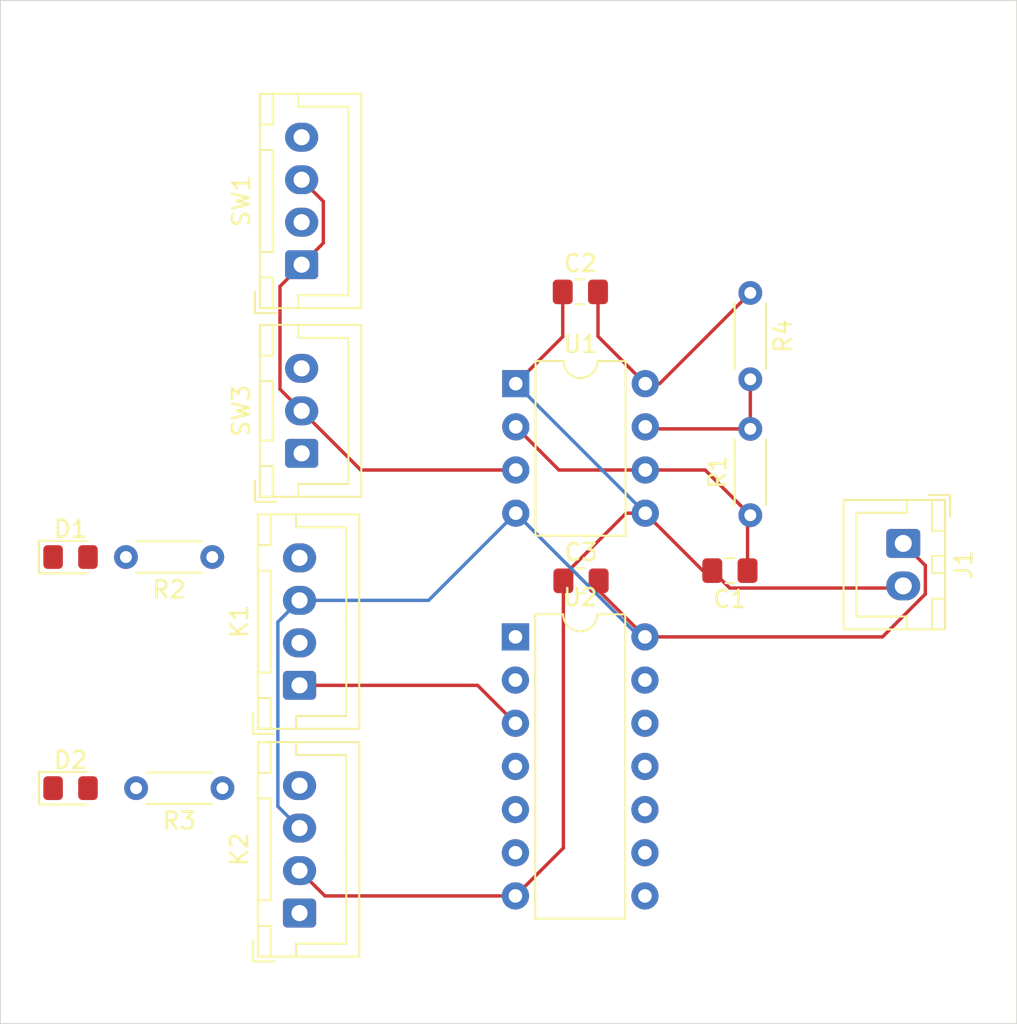
<source format=kicad_pcb>
(kicad_pcb (version 20240108) (generator "pcbnew") (generator_version "8.0")
  (layers (0 "F.Cu" signal) (31 "B.Cu" signal) (34 "B.Paste" user) (35 "F.Paste" user) (36 "B.SilkS" user "B.Silkscreen") (37 "F.SilkS" user "F.Silkscreen") (38 "B.Mask" user) (39 "F.Mask" user) (44 "Edge.Cuts" user))
  (net 0 "")
  (net 1 "Net-(U1-THR)")
  (net 2 "GND")
  (net 3 "+12V")
  (net 4 "Net-(D1-A)")
  (net 5 "Net-(D2-A)")
  (net 6 "Net-(U1-DIS)")
  (net 7 "Net-(K1-Pad14)")
  (net 8 "Net-(K2-Pad14)")
  (net 9 "Net-(SW3-B)")
  (net 10 "Net-(SW1-Pad2)")
  (net 11 "Net-(SW1-Pad4)")
  (net 12 "Net-(SW3-C)")
  (net 13 "Net-(SW3-A)")
  (net 14 "Net-(K2-PadA2)")
  (net 16 "Net-(K1-PadA2)")
  (footprint "Connector_JST:JST_XH_B4B-XH-A_1x04_P2.50mm_Vertical" (layer "F.Cu") (at 137.8 133.5 90)
    (property "Reference" "K2" (at 3.75 -3.55 270) (layer "F.SilkS"))
    (property "Value" "Relay_SPST-NO")
    (fp_line (start -1.6 -2.75) (end -2.85 -2.75) (stroke (width 0.12)) (layer "F.SilkS"))
    (fp_line (start -2.85 -2.75) (end -2.85 -1.5) (stroke (width 0.12)) (layer "F.SilkS"))
    (fp_line (start 10.06 -2.46) (end -2.56 -2.46) (stroke (width 0.12)) (layer "F.SilkS"))
    (fp_line (start -2.56 -2.46) (end -2.56 3.51) (stroke (width 0.12)) (layer "F.SilkS"))
    (fp_line (start 10.05 -2.45) (end 8.25 -2.45) (stroke (width 0.12)) (layer "F.SilkS"))
    (fp_line (start 8.25 -2.45) (end 8.25 -1.7) (stroke (width 0.12)) (layer "F.SilkS"))
    (fp_line (start 6.75 -2.45) (end 0.75 -2.45) (stroke (width 0.12)) (layer "F.SilkS"))
    (fp_line (start 0.75 -2.45) (end 0.75 -1.7) (stroke (width 0.12)) (layer "F.SilkS"))
    (fp_line (start -0.75 -2.45) (end -2.55 -2.45) (stroke (width 0.12)) (layer "F.SilkS"))
    (fp_line (start -2.55 -2.45) (end -2.55 -1.7) (stroke (width 0.12)) (layer "F.SilkS"))
    (fp_line (start 10.05 -1.7) (end 10.05 -2.45) (stroke (width 0.12)) (layer "F.SilkS"))
    (fp_line (start 8.25 -1.7) (end 10.05 -1.7) (stroke (width 0.12)) (layer "F.SilkS"))
    (fp_line (start 6.75 -1.7) (end 6.75 -2.45) (stroke (width 0.12)) (layer "F.SilkS"))
    (fp_line (start 0.75 -1.7) (end 6.75 -1.7) (stroke (width 0.12)) (layer "F.SilkS"))
    (fp_line (start -0.75 -1.7) (end -0.75 -2.45) (stroke (width 0.12)) (layer "F.SilkS"))
    (fp_line (start -2.55 -1.7) (end -0.75 -1.7) (stroke (width 0.12)) (layer "F.SilkS"))
    (fp_line (start 10.05 -0.2) (end 9.3 -0.2) (stroke (width 0.12)) (layer "F.SilkS"))
    (fp_line (start 9.3 -0.2) (end 9.3 2.75) (stroke (width 0.12)) (layer "F.SilkS"))
    (fp_line (start -1.8 -0.2) (end -1.8 2.75) (stroke (width 0.12)) (layer "F.SilkS"))
    (fp_line (start -2.55 -0.2) (end -1.8 -0.2) (stroke (width 0.12)) (layer "F.SilkS"))
    (fp_line (start 9.3 2.75) (end 3.75 2.75) (stroke (width 0.12)) (layer "F.SilkS"))
    (fp_line (start -1.8 2.75) (end 3.75 2.75) (stroke (width 0.12)) (layer "F.SilkS"))
    (fp_line (start 10.06 3.51) (end 10.06 -2.46) (stroke (width 0.12)) (layer "F.SilkS"))
    (fp_line (start -2.56 3.51) (end 10.06 3.51) (stroke (width 0.12)) (layer "F.SilkS"))
    (pad "13" thru_hole oval (at 5 0 90) (size 1.7 1.95) (drill 0.95) (layers "*.Cu" "*.Mask") (net 3 "+12V"))
    (pad "14" thru_hole oval (at 7.5 0 90) (size 1.7 1.95) (drill 0.95) (layers "*.Cu" "*.Mask") (net 8 "Net-(K2-Pad14)"))
    (pad "A1" thru_hole oval (at 2.5 0 90) (size 1.7 1.95) (drill 0.95) (layers "*.Cu" "*.Mask") (net 2 "GND"))
    (pad "A2" thru_hole roundrect (at 0 0 90) (size 1.7 1.95) (drill 0.95) (layers "*.Cu" "*.Mask") (roundrect_rratio 0.147059) (net 14 "Net-(K2-PadA2)"))
  )
  (footprint "Connector_JST:JST_XH_B2B-XH-A_1x02_P2.50mm_Vertical" (layer "F.Cu") (at 173.325 111.75 -90)
    (property "Reference" "J1" (at 1.25 -3.55 90) (layer "F.SilkS"))
    (property "Value" "Conn_01x02")
    (fp_line (start -2.56 3.51) (end 5.06 3.51) (stroke (width 0.12)) (layer "F.SilkS"))
    (fp_line (start 5.06 3.51) (end 5.06 -2.46) (stroke (width 0.12)) (layer "F.SilkS"))
    (fp_line (start -1.8 2.75) (end 1.25 2.75) (stroke (width 0.12)) (layer "F.SilkS"))
    (fp_line (start 4.3 2.75) (end 1.25 2.75) (stroke (width 0.12)) (layer "F.SilkS"))
    (fp_line (start -2.55 -0.2) (end -1.8 -0.2) (stroke (width 0.12)) (layer "F.SilkS"))
    (fp_line (start -1.8 -0.2) (end -1.8 2.75) (stroke (width 0.12)) (layer "F.SilkS"))
    (fp_line (start 4.3 -0.2) (end 4.3 2.75) (stroke (width 0.12)) (layer "F.SilkS"))
    (fp_line (start 5.05 -0.2) (end 4.3 -0.2) (stroke (width 0.12)) (layer "F.SilkS"))
    (fp_line (start -2.55 -1.7) (end -0.75 -1.7) (stroke (width 0.12)) (layer "F.SilkS"))
    (fp_line (start -0.75 -1.7) (end -0.75 -2.45) (stroke (width 0.12)) (layer "F.SilkS"))
    (fp_line (start 0.75 -1.7) (end 1.75 -1.7) (stroke (width 0.12)) (layer "F.SilkS"))
    (fp_line (start 1.75 -1.7) (end 1.75 -2.45) (stroke (width 0.12)) (layer "F.SilkS"))
    (fp_line (start 3.25 -1.7) (end 5.05 -1.7) (stroke (width 0.12)) (layer "F.SilkS"))
    (fp_line (start 5.05 -1.7) (end 5.05 -2.45) (stroke (width 0.12)) (layer "F.SilkS"))
    (fp_line (start -2.55 -2.45) (end -2.55 -1.7) (stroke (width 0.12)) (layer "F.SilkS"))
    (fp_line (start -0.75 -2.45) (end -2.55 -2.45) (stroke (width 0.12)) (layer "F.SilkS"))
    (fp_line (start 0.75 -2.45) (end 0.75 -1.7) (stroke (width 0.12)) (layer "F.SilkS"))
    (fp_line (start 1.75 -2.45) (end 0.75 -2.45) (stroke (width 0.12)) (layer "F.SilkS"))
    (fp_line (start 3.25 -2.45) (end 3.25 -1.7) (stroke (width 0.12)) (layer "F.SilkS"))
    (fp_line (start 5.05 -2.45) (end 3.25 -2.45) (stroke (width 0.12)) (layer "F.SilkS"))
    (fp_line (start -2.56 -2.46) (end -2.56 3.51) (stroke (width 0.12)) (layer "F.SilkS"))
    (fp_line (start 5.06 -2.46) (end -2.56 -2.46) (stroke (width 0.12)) (layer "F.SilkS"))
    (fp_line (start -2.85 -2.75) (end -2.85 -1.5) (stroke (width 0.12)) (layer "F.SilkS"))
    (fp_line (start -1.6 -2.75) (end -2.85 -2.75) (stroke (width 0.12)) (layer "F.SilkS"))
    (pad "1" thru_hole roundrect (at 0 0 270) (size 1.7 2) (drill 1) (layers "*.Cu" "*.Mask") (roundrect_rratio 0.147059) (net 3 "+12V"))
    (pad "2" thru_hole oval (at 2.5 0 270) (size 1.7 2) (drill 1) (layers "*.Cu" "*.Mask") (net 2 "GND"))
  )
  (footprint "Resistor_THT:R_Axial_DIN0204_L3.6mm_D1.6mm_P5.08mm_Horizontal" (layer "F.Cu") (at 164.325 110.09 90)
    (property "Reference" "R1" (at 2.54 -1.92 270) (layer "F.SilkS"))
    (property "Value" "1M")
    (fp_line (start 0.62 -0.92) (end 4.46 -0.92) (stroke (width 0.12)) (layer "F.SilkS"))
    (fp_line (start 0.62 0.92) (end 4.46 0.92) (stroke (width 0.12)) (layer "F.SilkS"))
    (pad "1" thru_hole circle (at 0 0 90) (size 1.4 1.4) (drill 0.7) (layers "*.Cu" "*.Mask") (net 1 "Net-(U1-THR)"))
    (pad "2" thru_hole oval (at 5.08 0 90) (size 1.4 1.4) (drill 0.7) (layers "*.Cu" "*.Mask") (net 6 "Net-(U1-DIS)"))
  )
  (footprint "Package_DIP:DIP-8_W7.62mm" (layer "F.Cu") (at 150.525 102.35)
    (property "Reference" "U1" (at 3.81 -2.33 0) (layer "F.SilkS"))
    (property "Value" "NE555P")
    (fp_line (start 1.16 -1.33) (end 1.16 8.95) (stroke (width 0.12)) (layer "F.SilkS"))
    (fp_line (start 1.16 8.95) (end 6.46 8.95) (stroke (width 0.12)) (layer "F.SilkS"))
    (fp_line (start 2.81 -1.33) (end 1.16 -1.33) (stroke (width 0.12)) (layer "F.SilkS"))
    (fp_line (start 6.46 -1.33) (end 4.81 -1.33) (stroke (width 0.12)) (layer "F.SilkS"))
    (fp_line (start 6.46 8.95) (end 6.46 -1.33) (stroke (width 0.12)) (layer "F.SilkS"))
    (fp_arc (start 4.81 -1.33) (mid 3.81 -0.33) (end 2.81 -1.33) (stroke (width 0.12)) (layer "F.SilkS"))
    (pad "1" thru_hole rect (at 0 0) (size 1.6 1.6) (drill 0.8) (layers "*.Cu" "*.Mask") (net 2 "GND"))
    (pad "2" thru_hole oval (at 0 2.54) (size 1.6 1.6) (drill 0.8) (layers "*.Cu" "*.Mask") (net 1 "Net-(U1-THR)"))
    (pad "3" thru_hole oval (at 0 5.08) (size 1.6 1.6) (drill 0.8) (layers "*.Cu" "*.Mask") (net 9 "Net-(SW3-B)"))
    (pad "4" thru_hole oval (at 0 7.62) (size 1.6 1.6) (drill 0.8) (layers "*.Cu" "*.Mask") (net 3 "+12V"))
    (pad "5" thru_hole oval (at 7.62 7.62) (size 1.6 1.6) (drill 0.8) (layers "*.Cu" "*.Mask") (net 2 "GND"))
    (pad "6" thru_hole oval (at 7.62 5.08) (size 1.6 1.6) (drill 0.8) (layers "*.Cu" "*.Mask") (net 1 "Net-(U1-THR)"))
    (pad "7" thru_hole oval (at 7.62 2.54) (size 1.6 1.6) (drill 0.8) (layers "*.Cu" "*.Mask") (net 6 "Net-(U1-DIS)"))
    (pad "8" thru_hole oval (at 7.62 0) (size 1.6 1.6) (drill 0.8) (layers "*.Cu" "*.Mask") (net 3 "+12V"))
  )
  (footprint "Connector_JST:JST_XH_B4B-XH-A_1x04_P2.50mm_Vertical" (layer "F.Cu") (at 137.8 120.1 90)
    (property "Reference" "K1" (at 3.75 -3.55 270) (layer "F.SilkS"))
    (property "Value" "Relay_SPST-NO")
    (fp_line (start -1.6 -2.75) (end -2.85 -2.75) (stroke (width 0.12)) (layer "F.SilkS"))
    (fp_line (start -2.85 -2.75) (end -2.85 -1.5) (stroke (width 0.12)) (layer "F.SilkS"))
    (fp_line (start 10.06 -2.46) (end -2.56 -2.46) (stroke (width 0.12)) (layer "F.SilkS"))
    (fp_line (start -2.56 -2.46) (end -2.56 3.51) (stroke (width 0.12)) (layer "F.SilkS"))
    (fp_line (start 10.05 -2.45) (end 8.25 -2.45) (stroke (width 0.12)) (layer "F.SilkS"))
    (fp_line (start 8.25 -2.45) (end 8.25 -1.7) (stroke (width 0.12)) (layer "F.SilkS"))
    (fp_line (start 6.75 -2.45) (end 0.75 -2.45) (stroke (width 0.12)) (layer "F.SilkS"))
    (fp_line (start 0.75 -2.45) (end 0.75 -1.7) (stroke (width 0.12)) (layer "F.SilkS"))
    (fp_line (start -0.75 -2.45) (end -2.55 -2.45) (stroke (width 0.12)) (layer "F.SilkS"))
    (fp_line (start -2.55 -2.45) (end -2.55 -1.7) (stroke (width 0.12)) (layer "F.SilkS"))
    (fp_line (start 10.05 -1.7) (end 10.05 -2.45) (stroke (width 0.12)) (layer "F.SilkS"))
    (fp_line (start 8.25 -1.7) (end 10.05 -1.7) (stroke (width 0.12)) (layer "F.SilkS"))
    (fp_line (start 6.75 -1.7) (end 6.75 -2.45) (stroke (width 0.12)) (layer "F.SilkS"))
    (fp_line (start 0.75 -1.7) (end 6.75 -1.7) (stroke (width 0.12)) (layer "F.SilkS"))
    (fp_line (start -0.75 -1.7) (end -0.75 -2.45) (stroke (width 0.12)) (layer "F.SilkS"))
    (fp_line (start -2.55 -1.7) (end -0.75 -1.7) (stroke (width 0.12)) (layer "F.SilkS"))
    (fp_line (start 10.05 -0.2) (end 9.3 -0.2) (stroke (width 0.12)) (layer "F.SilkS"))
    (fp_line (start 9.3 -0.2) (end 9.3 2.75) (stroke (width 0.12)) (layer "F.SilkS"))
    (fp_line (start -1.8 -0.2) (end -1.8 2.75) (stroke (width 0.12)) (layer "F.SilkS"))
    (fp_line (start -2.55 -0.2) (end -1.8 -0.2) (stroke (width 0.12)) (layer "F.SilkS"))
    (fp_line (start 9.3 2.75) (end 3.75 2.75) (stroke (width 0.12)) (layer "F.SilkS"))
    (fp_line (start -1.8 2.75) (end 3.75 2.75) (stroke (width 0.12)) (layer "F.SilkS"))
    (fp_line (start 10.06 3.51) (end 10.06 -2.46) (stroke (width 0.12)) (layer "F.SilkS"))
    (fp_line (start -2.56 3.51) (end 10.06 3.51) (stroke (width 0.12)) (layer "F.SilkS"))
    (pad "13" thru_hole oval (at 5 0 90) (size 1.7 1.95) (drill 0.95) (layers "*.Cu" "*.Mask") (net 3 "+12V"))
    (pad "14" thru_hole oval (at 7.5 0 90) (size 1.7 1.95) (drill 0.95) (layers "*.Cu" "*.Mask") (net 7 "Net-(K1-Pad14)"))
    (pad "A1" thru_hole oval (at 2.5 0 90) (size 1.7 1.95) (drill 0.95) (layers "*.Cu" "*.Mask") (net 2 "GND"))
    (pad "A2" thru_hole roundrect (at 0 0 90) (size 1.7 1.95) (drill 0.95) (layers "*.Cu" "*.Mask") (roundrect_rratio 0.147059) (net 16 "Net-(K1-PadA2)"))
  )
  (footprint "LED_SMD:LED_0805_2012Metric_Pad1.15x1.40mm_HandSolder" (layer "F.Cu") (at 124.325 112.55)
    (property "Reference" "D1" (at 0 -1.65 0) (layer "F.SilkS"))
    (property "Value" "LED")
    (fp_line (start -1.86 -0.96) (end -1.86 0.96) (stroke (width 0.12)) (layer "F.SilkS"))
    (fp_line (start -1.86 0.96) (end 1 0.96) (stroke (width 0.12)) (layer "F.SilkS"))
    (fp_line (start 1 -0.96) (end -1.86 -0.96) (stroke (width 0.12)) (layer "F.SilkS"))
    (pad "1" smd roundrect (at -1.025 0) (size 1.15 1.4) (layers "F.Cu" "F.Paste" "F.Mask") (roundrect_rratio 0.217391) (net 2 "GND"))
    (pad "2" smd roundrect (at 1.025 0) (size 1.15 1.4) (layers "F.Cu" "F.Paste" "F.Mask") (roundrect_rratio 0.217391) (net 4 "Net-(D1-A)"))
  )
  (footprint "Resistor_THT:R_Axial_DIN0204_L3.6mm_D1.6mm_P5.08mm_Horizontal" (layer "F.Cu") (at 132.665 112.55 180)
    (property "Reference" "R2" (at 2.54 -1.92 180) (layer "F.SilkS"))
    (property "Value" "1k")
    (fp_line (start 0.62 0.92) (end 4.46 0.92) (stroke (width 0.12)) (layer "F.SilkS"))
    (fp_line (start 0.62 -0.92) (end 4.46 -0.92) (stroke (width 0.12)) (layer "F.SilkS"))
    (pad "1" thru_hole circle (at 0 0 180) (size 1.4 1.4) (drill 0.7) (layers "*.Cu" "*.Mask") (net 7 "Net-(K1-Pad14)"))
    (pad "2" thru_hole oval (at 5.08 0 180) (size 1.4 1.4) (drill 0.7) (layers "*.Cu" "*.Mask") (net 4 "Net-(D1-A)"))
  )
  (footprint "Capacitor_SMD:C_0805_2012Metric_Pad1.18x1.45mm_HandSolder" (layer "F.Cu") (at 154.325 96.95)
    (property "Reference" "C2" (at 0 -1.68 0) (layer "F.SilkS"))
    (property "Value" "100nF")
    (fp_line (start -0.261252 -0.735) (end 0.261252 -0.735) (stroke (width 0.12)) (layer "F.SilkS"))
    (fp_line (start -0.261252 0.735) (end 0.261252 0.735) (stroke (width 0.12)) (layer "F.SilkS"))
    (pad "1" smd roundrect (at -1.0375 0) (size 1.175 1.45) (layers "F.Cu" "F.Paste" "F.Mask") (roundrect_rratio 0.212766) (net 2 "GND"))
    (pad "2" smd roundrect (at 1.0375 0) (size 1.175 1.45) (layers "F.Cu" "F.Paste" "F.Mask") (roundrect_rratio 0.212766) (net 3 "+12V"))
  )
  (footprint "Package_DIP:DIP-14_W7.62mm" (layer "F.Cu") (at 150.505 117.25)
    (property "Reference" "U2" (at 3.81 -2.33 360) (layer "F.SilkS"))
    (property "Value" "4081")
    (fp_line (start 1.16 -1.33) (end 1.16 16.57) (stroke (width 0.12)) (layer "F.SilkS"))
    (fp_line (start 1.16 16.57) (end 6.46 16.57) (stroke (width 0.12)) (layer "F.SilkS"))
    (fp_line (start 2.81 -1.33) (end 1.16 -1.33) (stroke (width 0.12)) (layer "F.SilkS"))
    (fp_line (start 6.46 -1.33) (end 4.81 -1.33) (stroke (width 0.12)) (layer "F.SilkS"))
    (fp_line (start 6.46 16.57) (end 6.46 -1.33) (stroke (width 0.12)) (layer "F.SilkS"))
    (fp_arc (start 4.81 -1.33) (mid 3.81 -0.33) (end 2.81 -1.33) (stroke (width 0.12)) (layer "F.SilkS"))
    (pad "1" thru_hole rect (at 0 0) (size 1.6 1.6) (drill 0.8) (layers "*.Cu" "*.Mask") (net 13 "Net-(SW3-A)"))
    (pad "2" thru_hole oval (at 0 2.54) (size 1.6 1.6) (drill 0.8) (layers "*.Cu" "*.Mask") (net 10 "Net-(SW1-Pad2)"))
    (pad "3" thru_hole oval (at 0 5.08) (size 1.6 1.6) (drill 0.8) (layers "*.Cu" "*.Mask") (net 16 "Net-(K1-PadA2)"))
    (pad "4" thru_hole oval (at 0 7.62) (size 1.6 1.6) (drill 0.8) (layers "*.Cu" "*.Mask") (net 14 "Net-(K2-PadA2)"))
    (pad "5" thru_hole oval (at 0 10.16) (size 1.6 1.6) (drill 0.8) (layers "*.Cu" "*.Mask") (net 12 "Net-(SW3-C)"))
    (pad "6" thru_hole oval (at 0 12.7) (size 1.6 1.6) (drill 0.8) (layers "*.Cu" "*.Mask") (net 11 "Net-(SW1-Pad4)"))
    (pad "7" thru_hole oval (at 0 15.24) (size 1.6 1.6) (drill 0.8) (layers "*.Cu" "*.Mask") (net 2 "GND"))
    (pad "8" thru_hole oval (at 7.62 15.24) (size 1.6 1.6) (drill 0.8) (layers "*.Cu" "*.Mask"))
    (pad "9" thru_hole oval (at 7.62 12.7) (size 1.6 1.6) (drill 0.8) (layers "*.Cu" "*.Mask"))
    (pad "10" thru_hole oval (at 7.62 10.16) (size 1.6 1.6) (drill 0.8) (layers "*.Cu" "*.Mask"))
    (pad "11" thru_hole oval (at 7.62 7.62) (size 1.6 1.6) (drill 0.8) (layers "*.Cu" "*.Mask"))
    (pad "12" thru_hole oval (at 7.62 5.08) (size 1.6 1.6) (drill 0.8) (layers "*.Cu" "*.Mask"))
    (pad "13" thru_hole oval (at 7.62 2.54) (size 1.6 1.6) (drill 0.8) (layers "*.Cu" "*.Mask"))
    (pad "14" thru_hole oval (at 7.62 0) (size 1.6 1.6) (drill 0.8) (layers "*.Cu" "*.Mask") (net 3 "+12V"))
  )
  (footprint "Connector_JST:JST_XH_B3B-XH-A_1x03_P2.50mm_Vertical" (layer "F.Cu") (at 137.925 106.45 90)
    (property "Reference" "SW3" (at 2.5 -3.55 270) (layer "F.SilkS"))
    (property "Value" "SW_SPDT")
    (fp_line (start -1.6 -2.75) (end -2.85 -2.75) (stroke (width 0.12)) (layer "F.SilkS"))
    (fp_line (start -2.85 -2.75) (end -2.85 -1.5) (stroke (width 0.12)) (layer "F.SilkS"))
    (fp_line (start 7.56 -2.46) (end -2.56 -2.46) (stroke (width 0.12)) (layer "F.SilkS"))
    (fp_line (start -2.56 -2.46) (end -2.56 3.51) (stroke (width 0.12)) (layer "F.SilkS"))
    (fp_line (start 7.55 -2.45) (end 5.75 -2.45) (stroke (width 0.12)) (layer "F.SilkS"))
    (fp_line (start 5.75 -2.45) (end 5.75 -1.7) (stroke (width 0.12)) (layer "F.SilkS"))
    (fp_line (start 4.25 -2.45) (end 0.75 -2.45) (stroke (width 0.12)) (layer "F.SilkS"))
    (fp_line (start 0.75 -2.45) (end 0.75 -1.7) (stroke (width 0.12)) (layer "F.SilkS"))
    (fp_line (start -0.75 -2.45) (end -2.55 -2.45) (stroke (width 0.12)) (layer "F.SilkS"))
    (fp_line (start -2.55 -2.45) (end -2.55 -1.7) (stroke (width 0.12)) (layer "F.SilkS"))
    (fp_line (start 7.55 -1.7) (end 7.55 -2.45) (stroke (width 0.12)) (layer "F.SilkS"))
    (fp_line (start 5.75 -1.7) (end 7.55 -1.7) (stroke (width 0.12)) (layer "F.SilkS"))
    (fp_line (start 4.25 -1.7) (end 4.25 -2.45) (stroke (width 0.12)) (layer "F.SilkS"))
    (fp_line (start 0.75 -1.7) (end 4.25 -1.7) (stroke (width 0.12)) (layer "F.SilkS"))
    (fp_line (start -0.75 -1.7) (end -0.75 -2.45) (stroke (width 0.12)) (layer "F.SilkS"))
    (fp_line (start -2.55 -1.7) (end -0.75 -1.7) (stroke (width 0.12)) (layer "F.SilkS"))
    (fp_line (start 7.55 -0.2) (end 6.8 -0.2) (stroke (width 0.12)) (layer "F.SilkS"))
    (fp_line (start 6.8 -0.2) (end 6.8 2.75) (stroke (width 0.12)) (layer "F.SilkS"))
    (fp_line (start -1.8 -0.2) (end -1.8 2.75) (stroke (width 0.12)) (layer "F.SilkS"))
    (fp_line (start -2.55 -0.2) (end -1.8 -0.2) (stroke (width 0.12)) (layer "F.SilkS"))
    (fp_line (start 6.8 2.75) (end 2.5 2.75) (stroke (width 0.12)) (layer "F.SilkS"))
    (fp_line (start -1.8 2.75) (end 2.5 2.75) (stroke (width 0.12)) (layer "F.SilkS"))
    (fp_line (start 7.56 3.51) (end 7.56 -2.46) (stroke (width 0.12)) (layer "F.SilkS"))
    (fp_line (start -2.56 3.51) (end 7.56 3.51) (stroke (width 0.12)) (layer "F.SilkS"))
    (pad "1" thru_hole roundrect (at 0 0 90) (size 1.7 1.95) (drill 0.95) (layers "*.Cu" "*.Mask") (roundrect_rratio 0.147059) (net 13 "Net-(SW3-A)"))
    (pad "2" thru_hole oval (at 2.5 0 90) (size 1.7 1.95) (drill 0.95) (layers "*.Cu" "*.Mask") (net 9 "Net-(SW3-B)"))
    (pad "3" thru_hole oval (at 5 0 90) (size 1.7 1.95) (drill 0.95) (layers "*.Cu" "*.Mask") (net 12 "Net-(SW3-C)"))
  )
  (footprint "Capacitor_SMD:C_0805_2012Metric_Pad1.18x1.45mm_HandSolder" (layer "F.Cu") (at 163.125 113.35 180)
    (property "Reference" "C1" (at 0 -1.68 180) (layer "F.SilkS"))
    (property "Value" "1uF")
    (fp_line (start -0.261252 0.735) (end 0.261252 0.735) (stroke (width 0.12)) (layer "F.SilkS"))
    (fp_line (start -0.261252 -0.735) (end 0.261252 -0.735) (stroke (width 0.12)) (layer "F.SilkS"))
    (pad "1" smd roundrect (at -1.0375 0 180) (size 1.175 1.45) (layers "F.Cu" "F.Paste" "F.Mask") (roundrect_rratio 0.212766) (net 1 "Net-(U1-THR)"))
    (pad "2" smd roundrect (at 1.0375 0 180) (size 1.175 1.45) (layers "F.Cu" "F.Paste" "F.Mask") (roundrect_rratio 0.212766) (net 2 "GND"))
  )
  (footprint "Capacitor_SMD:C_0805_2012Metric_Pad1.18x1.45mm_HandSolder" (layer "F.Cu") (at 154.3625 113.95)
    (property "Reference" "C3" (at 0 -1.68 0) (layer "F.SilkS"))
    (property "Value" "100nF")
    (fp_line (start -0.261252 -0.735) (end 0.261252 -0.735) (stroke (width 0.12)) (layer "F.SilkS"))
    (fp_line (start -0.261252 0.735) (end 0.261252 0.735) (stroke (width 0.12)) (layer "F.SilkS"))
    (pad "1" smd roundrect (at -1.0375 0) (size 1.175 1.45) (layers "F.Cu" "F.Paste" "F.Mask") (roundrect_rratio 0.212766) (net 2 "GND"))
    (pad "2" smd roundrect (at 1.0375 0) (size 1.175 1.45) (layers "F.Cu" "F.Paste" "F.Mask") (roundrect_rratio 0.212766) (net 3 "+12V"))
  )
  (footprint "Resistor_THT:R_Axial_DIN0204_L3.6mm_D1.6mm_P5.08mm_Horizontal" (layer "F.Cu") (at 133.265 126.15 180)
    (property "Reference" "R3" (at 2.54 -1.92 180) (layer "F.SilkS"))
    (property "Value" "1k")
    (fp_line (start 0.62 0.92) (end 4.46 0.92) (stroke (width 0.12)) (layer "F.SilkS"))
    (fp_line (start 0.62 -0.92) (end 4.46 -0.92) (stroke (width 0.12)) (layer "F.SilkS"))
    (pad "1" thru_hole circle (at 0 0 180) (size 1.4 1.4) (drill 0.7) (layers "*.Cu" "*.Mask") (net 8 "Net-(K2-Pad14)"))
    (pad "2" thru_hole oval (at 5.08 0 180) (size 1.4 1.4) (drill 0.7) (layers "*.Cu" "*.Mask") (net 5 "Net-(D2-A)"))
  )
  (footprint "LED_SMD:LED_0805_2012Metric_Pad1.15x1.40mm_HandSolder" (layer "F.Cu") (at 124.325 126.15)
    (property "Reference" "D2" (at 0 -1.65 360) (layer "F.SilkS"))
    (property "Value" "LED")
    (fp_line (start -1.86 -0.96) (end -1.86 0.96) (stroke (width 0.12)) (layer "F.SilkS"))
    (fp_line (start -1.86 0.96) (end 1 0.96) (stroke (width 0.12)) (layer "F.SilkS"))
    (fp_line (start 1 -0.96) (end -1.86 -0.96) (stroke (width 0.12)) (layer "F.SilkS"))
    (pad "1" smd roundrect (at -1.025 0) (size 1.15 1.4) (layers "F.Cu" "F.Paste" "F.Mask") (roundrect_rratio 0.217391) (net 2 "GND"))
    (pad "2" smd roundrect (at 1.025 0) (size 1.15 1.4) (layers "F.Cu" "F.Paste" "F.Mask") (roundrect_rratio 0.217391) (net 5 "Net-(D2-A)"))
  )
  (footprint "Resistor_THT:R_Axial_DIN0204_L3.6mm_D1.6mm_P5.08mm_Horizontal" (layer "F.Cu") (at 164.325 97.01 -90)
    (property "Reference" "R4" (at 2.54 -1.92 -90) (layer "F.SilkS"))
    (property "Value" "1k")
    (fp_line (start 0.62 0.92) (end 4.46 0.92) (stroke (width 0.12)) (layer "F.SilkS"))
    (fp_line (start 0.62 -0.92) (end 4.46 -0.92) (stroke (width 0.12)) (layer "F.SilkS"))
    (pad "1" thru_hole circle (at 0 0 270) (size 1.4 1.4) (drill 0.7) (layers "*.Cu" "*.Mask") (net 3 "+12V"))
    (pad "2" thru_hole oval (at 5.08 0 270) (size 1.4 1.4) (drill 0.7) (layers "*.Cu" "*.Mask") (net 6 "Net-(U1-DIS)"))
  )
  (footprint "Connector_JST:JST_XH_B4B-XH-A_1x04_P2.50mm_Vertical" (layer "F.Cu") (at 137.925 95.35 90)
    (property "Reference" "SW1" (at 3.75 -3.55 270) (layer "F.SilkS"))
    (property "Value" "SW_Push_Dual")
    (fp_line (start -1.6 -2.75) (end -2.85 -2.75) (stroke (width 0.12)) (layer "F.SilkS"))
    (fp_line (start -2.85 -2.75) (end -2.85 -1.5) (stroke (width 0.12)) (layer "F.SilkS"))
    (fp_line (start 10.06 -2.46) (end -2.56 -2.46) (stroke (width 0.12)) (layer "F.SilkS"))
    (fp_line (start -2.56 -2.46) (end -2.56 3.51) (stroke (width 0.12)) (layer "F.SilkS"))
    (fp_line (start 10.05 -2.45) (end 8.25 -2.45) (stroke (width 0.12)) (layer "F.SilkS"))
    (fp_line (start 8.25 -2.45) (end 8.25 -1.7) (stroke (width 0.12)) (layer "F.SilkS"))
    (fp_line (start 6.75 -2.45) (end 0.75 -2.45) (stroke (width 0.12)) (layer "F.SilkS"))
    (fp_line (start 0.75 -2.45) (end 0.75 -1.7) (stroke (width 0.12)) (layer "F.SilkS"))
    (fp_line (start -0.75 -2.45) (end -2.55 -2.45) (stroke (width 0.12)) (layer "F.SilkS"))
    (fp_line (start -2.55 -2.45) (end -2.55 -1.7) (stroke (width 0.12)) (layer "F.SilkS"))
    (fp_line (start 10.05 -1.7) (end 10.05 -2.45) (stroke (width 0.12)) (layer "F.SilkS"))
    (fp_line (start 8.25 -1.7) (end 10.05 -1.7) (stroke (width 0.12)) (layer "F.SilkS"))
    (fp_line (start 6.75 -1.7) (end 6.75 -2.45) (stroke (width 0.12)) (layer "F.SilkS"))
    (fp_line (start 0.75 -1.7) (end 6.75 -1.7) (stroke (width 0.12)) (layer "F.SilkS"))
    (fp_line (start -0.75 -1.7) (end -0.75 -2.45) (stroke (width 0.12)) (layer "F.SilkS"))
    (fp_line (start -2.55 -1.7) (end -0.75 -1.7) (stroke (width 0.12)) (layer "F.SilkS"))
    (fp_line (start 10.05 -0.2) (end 9.3 -0.2) (stroke (width 0.12)) (layer "F.SilkS"))
    (fp_line (start 9.3 -0.2) (end 9.3 2.75) (stroke (width 0.12)) (layer "F.SilkS"))
    (fp_line (start -1.8 -0.2) (end -1.8 2.75) (stroke (width 0.12)) (layer "F.SilkS"))
    (fp_line (start -2.55 -0.2) (end -1.8 -0.2) (stroke (width 0.12)) (layer "F.SilkS"))
    (fp_line (start 9.3 2.75) (end 3.75 2.75) (stroke (width 0.12)) (layer "F.SilkS"))
    (fp_line (start -1.8 2.75) (end 3.75 2.75) (stroke (width 0.12)) (layer "F.SilkS"))
    (fp_line (start 10.06 3.51) (end 10.06 -2.46) (stroke (width 0.12)) (layer "F.SilkS"))
    (fp_line (start -2.56 3.51) (end 10.06 3.51) (stroke (width 0.12)) (layer "F.SilkS"))
    (pad "1" thru_hole roundrect (at 0 0 90) (size 1.7 1.95) (drill 0.95) (layers "*.Cu" "*.Mask") (roundrect_rratio 0.147059) (net 9 "Net-(SW3-B)"))
    (pad "2" thru_hole oval (at 2.5 0 90) (size 1.7 1.95) (drill 0.95) (layers "*.Cu" "*.Mask") (net 10 "Net-(SW1-Pad2)"))
    (pad "3" thru_hole oval (at 5 0 90) (size 1.7 1.95) (drill 0.95) (layers "*.Cu" "*.Mask") (net 9 "Net-(SW3-B)"))
    (pad "4" thru_hole oval (at 7.5 0 90) (size 1.7 1.95) (drill 0.95) (layers "*.Cu" "*.Mask") (net 11 "Net-(SW1-Pad4)"))
  )
  (gr_rect (start 120.2 79.8) (end 180 140) (stroke (width 0.05)) (fill none) (layer "Edge.Cuts"))
  (segment (start 158.145 107.43) (end 161.665 107.43) (width 0.2) (layer "F.Cu") (net 1))
  (segment (start 158.145 107.43) (end 153.065 107.43) (width 0.2) (layer "F.Cu") (net 1))
  (segment (start 164.1625 110.2525) (end 164.325 110.09) (width 0.2) (layer "F.Cu") (net 1))
  (segment (start 161.665 107.43) (end 164.325 110.09) (width 0.2) (layer "F.Cu") (net 1))
  (segment (start 164.1625 113.35) (end 164.1625 110.2525) (width 0.2) (layer "F.Cu") (net 1))
  (segment (start 153.065 107.43) (end 150.525 104.89) (width 0.2) (layer "F.Cu") (net 1))
  (segment (start 173.2 114.375) (end 163.1125 114.375) (width 0.2) (layer "F.Cu") (net 2))
  (segment (start 153.2875 96.95) (end 153.2875 99.5875) (width 0.2) (layer "F.Cu") (net 2))
  (segment (start 157.01363 109.97) (end 153.325 113.65863) (width 0.2) (layer "F.Cu") (net 2))
  (segment (start 153.325 113.95) (end 153.325 129.67) (width 0.2) (layer "F.Cu") (net 2))
  (segment (start 150.505 132.49) (end 139.29 132.49) (width 0.2) (layer "F.Cu") (net 2))
  (segment (start 161.525 113.35) (end 158.145 109.97) (width 0.2) (layer "F.Cu") (net 2))
  (segment (start 153.325 129.67) (end 150.505 132.49) (width 0.2) (layer "F.Cu") (net 2))
  (segment (start 153.2875 99.5875) (end 150.525 102.35) (width 0.2) (layer "F.Cu") (net 2))
  (segment (start 139.29 132.49) (end 137.8 131) (width 0.2) (layer "F.Cu") (net 2))
  (segment (start 153.325 113.65863) (end 153.325 113.95) (width 0.2) (layer "F.Cu") (net 2))
  (segment (start 173.325 114.25) (end 173.2 114.375) (width 0.2) (layer "F.Cu") (net 2))
  (segment (start 158.145 109.97) (end 157.01363 109.97) (width 0.2) (layer "F.Cu") (net 2))
  (segment (start 162.0875 113.35) (end 161.525 113.35) (width 0.2) (layer "F.Cu") (net 2))
  (segment (start 163.1125 114.375) (end 162.0875 113.35) (width 0.2) (layer "F.Cu") (net 2))
  (segment (start 158.145 109.97) (end 150.525 102.35) (width 0.2) (layer "B.Cu") (net 2))
  (segment (start 155.3625 99.5675) (end 158.145 102.35) (width 0.2) (layer "F.Cu") (net 3))
  (segment (start 155.4 114.525) (end 158.125 117.25) (width 0.2) (layer "F.Cu") (net 3))
  (segment (start 155.3625 96.95) (end 155.3625 99.5675) (width 0.2) (layer "F.Cu") (net 3))
  (segment (start 164.325 97.01) (end 158.985 102.35) (width 0.2) (layer "F.Cu") (net 3))
  (segment (start 174.625 113.05) (end 174.625 114.726346) (width 0.2) (layer "F.Cu") (net 3))
  (segment (start 174.625 114.726346) (end 172.101346 117.25) (width 0.2) (layer "F.Cu") (net 3))
  (segment (start 158.985 102.35) (end 158.145 102.35) (width 0.2) (layer "F.Cu") (net 3))
  (segment (start 172.101346 117.25) (end 158.125 117.25) (width 0.2) (layer "F.Cu") (net 3))
  (segment (start 173.325 111.75) (end 174.625 113.05) (width 0.2) (layer "F.Cu") (net 3))
  (segment (start 155.4 113.95) (end 155.4 114.525) (width 0.2) (layer "F.Cu") (net 3))
  (segment (start 157.805 117.25) (end 158.125 117.25) (width 0.2) (layer "B.Cu") (net 3))
  (segment (start 150.525 109.97) (end 157.805 117.25) (width 0.2) (layer "B.Cu") (net 3))
  (segment (start 136.525 127.225) (end 136.525 116.375) (width 0.2) (layer "B.Cu") (net 3))
  (segment (start 137.8 128.5) (end 136.525 127.225) (width 0.2) (layer "B.Cu") (net 3))
  (segment (start 145.395 115.1) (end 150.525 109.97) (width 0.2) (layer "B.Cu") (net 3))
  (segment (start 137.8 115.1) (end 145.395 115.1) (width 0.2) (layer "B.Cu") (net 3))
  (segment (start 136.525 116.375) (end 137.8 115.1) (width 0.2) (layer "B.Cu") (net 3))
  (segment (start 164.325 105.01) (end 158.265 105.01) (width 0.2) (layer "F.Cu") (net 6))
  (segment (start 158.265 105.01) (end 158.145 104.89) (width 0.2) (layer "F.Cu") (net 6))
  (segment (start 164.325 102.09) (end 164.325 105.01) (width 0.2) (layer "F.Cu") (net 6))
  (segment (start 136.65 102.675) (end 137.925 103.95) (width 0.2) (layer "F.Cu") (net 9))
  (segment (start 137.925 95.35) (end 136.65 96.625) (width 0.2) (layer "F.Cu") (net 9))
  (segment (start 141.405 107.43) (end 137.925 103.95) (width 0.2) (layer "F.Cu") (net 9))
  (segment (start 139.2 94.075) (end 137.925 95.35) (width 0.2) (layer "F.Cu") (net 9))
  (segment (start 139.2 91.625) (end 139.2 94.075) (width 0.2) (layer "F.Cu") (net 9))
  (segment (start 150.525 107.43) (end 141.405 107.43) (width 0.2) (layer "F.Cu") (net 9))
  (segment (start 137.925 90.35) (end 139.2 91.625) (width 0.2) (layer "F.Cu") (net 9))
  (segment (start 136.65 96.625) (end 136.65 102.675) (width 0.2) (layer "F.Cu") (net 9))
  (segment (start 148.275 120.1) (end 150.505 122.33) (width 0.2) (layer "F.Cu") (net 16))
  (segment (start 137.8 120.1) (end 148.275 120.1) (width 0.2) (layer "F.Cu") (net 16))
)
</source>
